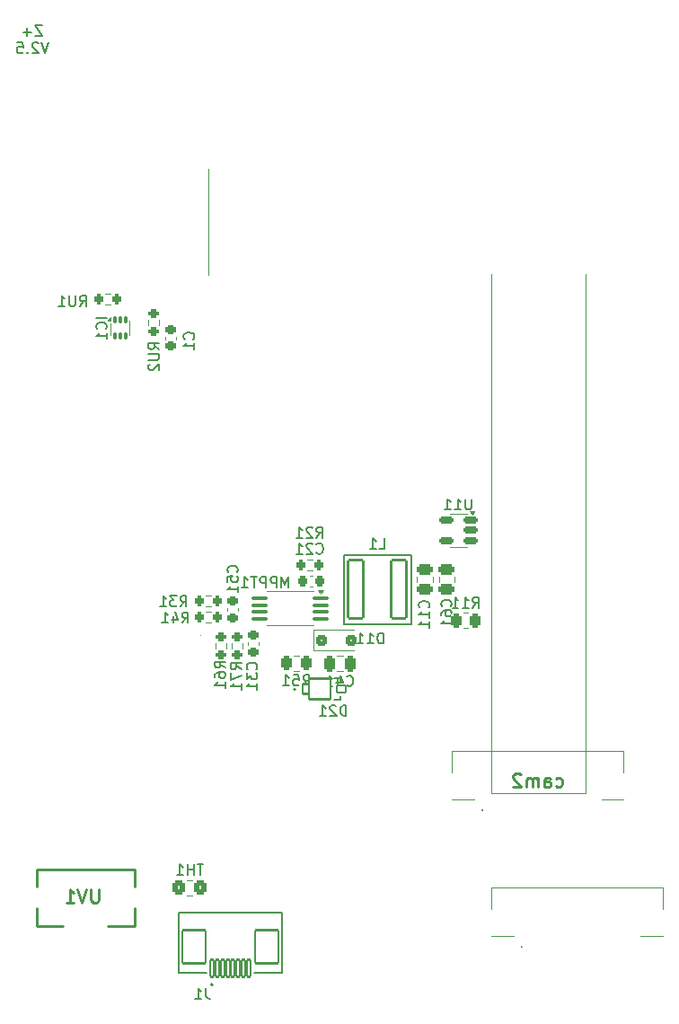
<source format=gbo>
G04 #@! TF.GenerationSoftware,KiCad,Pcbnew,8.0.2*
G04 #@! TF.CreationDate,2024-08-20T08:25:12+02:00*
G04 #@! TF.ProjectId,STS1_SIDEPANEL,53545331-5f53-4494-9445-50414e454c2e,rev?*
G04 #@! TF.SameCoordinates,Original*
G04 #@! TF.FileFunction,Legend,Bot*
G04 #@! TF.FilePolarity,Positive*
%FSLAX46Y46*%
G04 Gerber Fmt 4.6, Leading zero omitted, Abs format (unit mm)*
G04 Created by KiCad (PCBNEW 8.0.2) date 2024-08-20 08:25:12*
%MOMM*%
%LPD*%
G01*
G04 APERTURE LIST*
G04 Aperture macros list*
%AMRoundRect*
0 Rectangle with rounded corners*
0 $1 Rounding radius*
0 $2 $3 $4 $5 $6 $7 $8 $9 X,Y pos of 4 corners*
0 Add a 4 corners polygon primitive as box body*
4,1,4,$2,$3,$4,$5,$6,$7,$8,$9,$2,$3,0*
0 Add four circle primitives for the rounded corners*
1,1,$1+$1,$2,$3*
1,1,$1+$1,$4,$5*
1,1,$1+$1,$6,$7*
1,1,$1+$1,$8,$9*
0 Add four rect primitives between the rounded corners*
20,1,$1+$1,$2,$3,$4,$5,0*
20,1,$1+$1,$4,$5,$6,$7,0*
20,1,$1+$1,$6,$7,$8,$9,0*
20,1,$1+$1,$8,$9,$2,$3,0*%
G04 Aperture macros list end*
%ADD10C,0.150000*%
%ADD11C,0.254000*%
%ADD12C,0.120000*%
%ADD13C,0.127000*%
%ADD14C,0.200000*%
%ADD15C,0.100000*%
%ADD16C,6.000000*%
%ADD17C,5.700000*%
%ADD18RoundRect,0.225000X-0.250000X0.225000X-0.250000X-0.225000X0.250000X-0.225000X0.250000X0.225000X0*%
%ADD19RoundRect,0.085000X-0.085000X0.265000X-0.085000X-0.265000X0.085000X-0.265000X0.085000X0.265000X0*%
%ADD20RoundRect,0.225000X-0.225000X-0.250000X0.225000X-0.250000X0.225000X0.250000X-0.225000X0.250000X0*%
%ADD21RoundRect,0.100000X0.637500X0.100000X-0.637500X0.100000X-0.637500X-0.100000X0.637500X-0.100000X0*%
%ADD22RoundRect,0.200000X0.275000X-0.200000X0.275000X0.200000X-0.275000X0.200000X-0.275000X-0.200000X0*%
%ADD23RoundRect,0.102000X0.325000X-0.475000X0.325000X0.475000X-0.325000X0.475000X-0.325000X-0.475000X0*%
%ADD24RoundRect,0.102000X-1.000000X-0.975000X1.000000X-0.975000X1.000000X0.975000X-1.000000X0.975000X0*%
%ADD25RoundRect,0.102000X0.425000X0.325000X-0.425000X0.325000X-0.425000X-0.325000X0.425000X-0.325000X0*%
%ADD26RoundRect,0.225000X0.250000X-0.225000X0.250000X0.225000X-0.250000X0.225000X-0.250000X-0.225000X0*%
%ADD27RoundRect,0.250000X-0.262500X-0.450000X0.262500X-0.450000X0.262500X0.450000X-0.262500X0.450000X0*%
%ADD28RoundRect,0.200000X-0.275000X0.200000X-0.275000X-0.200000X0.275000X-0.200000X0.275000X0.200000X0*%
%ADD29RoundRect,0.200000X-0.200000X-0.275000X0.200000X-0.275000X0.200000X0.275000X-0.200000X0.275000X0*%
%ADD30RoundRect,0.102000X0.715000X2.750000X-0.715000X2.750000X-0.715000X-2.750000X0.715000X-2.750000X0*%
%ADD31RoundRect,0.250000X0.262500X0.450000X-0.262500X0.450000X-0.262500X-0.450000X0.262500X-0.450000X0*%
%ADD32RoundRect,0.102000X-0.150000X-0.800000X0.150000X-0.800000X0.150000X0.800000X-0.150000X0.800000X0*%
%ADD33RoundRect,0.102000X-1.120000X-1.560000X1.120000X-1.560000X1.120000X1.560000X-1.120000X1.560000X0*%
%ADD34R,0.300000X1.000000*%
%ADD35R,1.650000X1.300000*%
%ADD36R,0.400000X1.000000*%
%ADD37R,2.000000X1.300000*%
%ADD38RoundRect,0.250000X0.475000X-0.250000X0.475000X0.250000X-0.475000X0.250000X-0.475000X-0.250000X0*%
%ADD39RoundRect,0.250000X0.350000X0.450000X-0.350000X0.450000X-0.350000X-0.450000X0.350000X-0.450000X0*%
%ADD40RoundRect,0.150000X0.512500X0.150000X-0.512500X0.150000X-0.512500X-0.150000X0.512500X-0.150000X0*%
%ADD41RoundRect,0.250000X-0.250000X-0.475000X0.250000X-0.475000X0.250000X0.475000X-0.250000X0.475000X0*%
%ADD42RoundRect,0.250000X-0.300000X-0.300000X0.300000X-0.300000X0.300000X0.300000X-0.300000X0.300000X0*%
%ADD43RoundRect,0.200000X0.200000X0.275000X-0.200000X0.275000X-0.200000X-0.275000X0.200000X-0.275000X0*%
G04 APERTURE END LIST*
D10*
X92932380Y-41159847D02*
X92265714Y-41159847D01*
X92265714Y-41159847D02*
X92932380Y-42159847D01*
X92932380Y-42159847D02*
X92265714Y-42159847D01*
X91884761Y-41778894D02*
X91122857Y-41778894D01*
X91503809Y-42159847D02*
X91503809Y-41397942D01*
X93503808Y-42769791D02*
X93170475Y-43769791D01*
X93170475Y-43769791D02*
X92837142Y-42769791D01*
X92551427Y-42865029D02*
X92503808Y-42817410D01*
X92503808Y-42817410D02*
X92408570Y-42769791D01*
X92408570Y-42769791D02*
X92170475Y-42769791D01*
X92170475Y-42769791D02*
X92075237Y-42817410D01*
X92075237Y-42817410D02*
X92027618Y-42865029D01*
X92027618Y-42865029D02*
X91979999Y-42960267D01*
X91979999Y-42960267D02*
X91979999Y-43055505D01*
X91979999Y-43055505D02*
X92027618Y-43198362D01*
X92027618Y-43198362D02*
X92599046Y-43769791D01*
X92599046Y-43769791D02*
X91979999Y-43769791D01*
X91551427Y-43674552D02*
X91503808Y-43722172D01*
X91503808Y-43722172D02*
X91551427Y-43769791D01*
X91551427Y-43769791D02*
X91599046Y-43722172D01*
X91599046Y-43722172D02*
X91551427Y-43674552D01*
X91551427Y-43674552D02*
X91551427Y-43769791D01*
X90599047Y-42769791D02*
X91075237Y-42769791D01*
X91075237Y-42769791D02*
X91122856Y-43245981D01*
X91122856Y-43245981D02*
X91075237Y-43198362D01*
X91075237Y-43198362D02*
X90979999Y-43150743D01*
X90979999Y-43150743D02*
X90741904Y-43150743D01*
X90741904Y-43150743D02*
X90646666Y-43198362D01*
X90646666Y-43198362D02*
X90599047Y-43245981D01*
X90599047Y-43245981D02*
X90551428Y-43341219D01*
X90551428Y-43341219D02*
X90551428Y-43579314D01*
X90551428Y-43579314D02*
X90599047Y-43674552D01*
X90599047Y-43674552D02*
X90646666Y-43722172D01*
X90646666Y-43722172D02*
X90741904Y-43769791D01*
X90741904Y-43769791D02*
X90979999Y-43769791D01*
X90979999Y-43769791D02*
X91075237Y-43722172D01*
X91075237Y-43722172D02*
X91122856Y-43674552D01*
X107159580Y-70733333D02*
X107207200Y-70685714D01*
X107207200Y-70685714D02*
X107254819Y-70542857D01*
X107254819Y-70542857D02*
X107254819Y-70447619D01*
X107254819Y-70447619D02*
X107207200Y-70304762D01*
X107207200Y-70304762D02*
X107111961Y-70209524D01*
X107111961Y-70209524D02*
X107016723Y-70161905D01*
X107016723Y-70161905D02*
X106826247Y-70114286D01*
X106826247Y-70114286D02*
X106683390Y-70114286D01*
X106683390Y-70114286D02*
X106492914Y-70161905D01*
X106492914Y-70161905D02*
X106397676Y-70209524D01*
X106397676Y-70209524D02*
X106302438Y-70304762D01*
X106302438Y-70304762D02*
X106254819Y-70447619D01*
X106254819Y-70447619D02*
X106254819Y-70542857D01*
X106254819Y-70542857D02*
X106302438Y-70685714D01*
X106302438Y-70685714D02*
X106350057Y-70733333D01*
X107254819Y-71685714D02*
X107254819Y-71114286D01*
X107254819Y-71400000D02*
X106254819Y-71400000D01*
X106254819Y-71400000D02*
X106397676Y-71304762D01*
X106397676Y-71304762D02*
X106492914Y-71209524D01*
X106492914Y-71209524D02*
X106540533Y-71114286D01*
X99004819Y-68723810D02*
X98004819Y-68723810D01*
X98909580Y-69771428D02*
X98957200Y-69723809D01*
X98957200Y-69723809D02*
X99004819Y-69580952D01*
X99004819Y-69580952D02*
X99004819Y-69485714D01*
X99004819Y-69485714D02*
X98957200Y-69342857D01*
X98957200Y-69342857D02*
X98861961Y-69247619D01*
X98861961Y-69247619D02*
X98766723Y-69200000D01*
X98766723Y-69200000D02*
X98576247Y-69152381D01*
X98576247Y-69152381D02*
X98433390Y-69152381D01*
X98433390Y-69152381D02*
X98242914Y-69200000D01*
X98242914Y-69200000D02*
X98147676Y-69247619D01*
X98147676Y-69247619D02*
X98052438Y-69342857D01*
X98052438Y-69342857D02*
X98004819Y-69485714D01*
X98004819Y-69485714D02*
X98004819Y-69580952D01*
X98004819Y-69580952D02*
X98052438Y-69723809D01*
X98052438Y-69723809D02*
X98100057Y-69771428D01*
X99004819Y-70723809D02*
X99004819Y-70152381D01*
X99004819Y-70438095D02*
X98004819Y-70438095D01*
X98004819Y-70438095D02*
X98147676Y-70342857D01*
X98147676Y-70342857D02*
X98242914Y-70247619D01*
X98242914Y-70247619D02*
X98290533Y-70152381D01*
X118784857Y-90875580D02*
X118832476Y-90923200D01*
X118832476Y-90923200D02*
X118975333Y-90970819D01*
X118975333Y-90970819D02*
X119070571Y-90970819D01*
X119070571Y-90970819D02*
X119213428Y-90923200D01*
X119213428Y-90923200D02*
X119308666Y-90827961D01*
X119308666Y-90827961D02*
X119356285Y-90732723D01*
X119356285Y-90732723D02*
X119403904Y-90542247D01*
X119403904Y-90542247D02*
X119403904Y-90399390D01*
X119403904Y-90399390D02*
X119356285Y-90208914D01*
X119356285Y-90208914D02*
X119308666Y-90113676D01*
X119308666Y-90113676D02*
X119213428Y-90018438D01*
X119213428Y-90018438D02*
X119070571Y-89970819D01*
X119070571Y-89970819D02*
X118975333Y-89970819D01*
X118975333Y-89970819D02*
X118832476Y-90018438D01*
X118832476Y-90018438D02*
X118784857Y-90066057D01*
X118403904Y-90066057D02*
X118356285Y-90018438D01*
X118356285Y-90018438D02*
X118261047Y-89970819D01*
X118261047Y-89970819D02*
X118022952Y-89970819D01*
X118022952Y-89970819D02*
X117927714Y-90018438D01*
X117927714Y-90018438D02*
X117880095Y-90066057D01*
X117880095Y-90066057D02*
X117832476Y-90161295D01*
X117832476Y-90161295D02*
X117832476Y-90256533D01*
X117832476Y-90256533D02*
X117880095Y-90399390D01*
X117880095Y-90399390D02*
X118451523Y-90970819D01*
X118451523Y-90970819D02*
X117832476Y-90970819D01*
X116880095Y-90970819D02*
X117451523Y-90970819D01*
X117165809Y-90970819D02*
X117165809Y-89970819D01*
X117165809Y-89970819D02*
X117261047Y-90113676D01*
X117261047Y-90113676D02*
X117356285Y-90208914D01*
X117356285Y-90208914D02*
X117451523Y-90256533D01*
X116155475Y-94159819D02*
X116155475Y-93159819D01*
X116155475Y-93159819D02*
X115822142Y-93874104D01*
X115822142Y-93874104D02*
X115488809Y-93159819D01*
X115488809Y-93159819D02*
X115488809Y-94159819D01*
X115012618Y-94159819D02*
X115012618Y-93159819D01*
X115012618Y-93159819D02*
X114631666Y-93159819D01*
X114631666Y-93159819D02*
X114536428Y-93207438D01*
X114536428Y-93207438D02*
X114488809Y-93255057D01*
X114488809Y-93255057D02*
X114441190Y-93350295D01*
X114441190Y-93350295D02*
X114441190Y-93493152D01*
X114441190Y-93493152D02*
X114488809Y-93588390D01*
X114488809Y-93588390D02*
X114536428Y-93636009D01*
X114536428Y-93636009D02*
X114631666Y-93683628D01*
X114631666Y-93683628D02*
X115012618Y-93683628D01*
X114012618Y-94159819D02*
X114012618Y-93159819D01*
X114012618Y-93159819D02*
X113631666Y-93159819D01*
X113631666Y-93159819D02*
X113536428Y-93207438D01*
X113536428Y-93207438D02*
X113488809Y-93255057D01*
X113488809Y-93255057D02*
X113441190Y-93350295D01*
X113441190Y-93350295D02*
X113441190Y-93493152D01*
X113441190Y-93493152D02*
X113488809Y-93588390D01*
X113488809Y-93588390D02*
X113536428Y-93636009D01*
X113536428Y-93636009D02*
X113631666Y-93683628D01*
X113631666Y-93683628D02*
X114012618Y-93683628D01*
X113155475Y-93159819D02*
X112584047Y-93159819D01*
X112869761Y-94159819D02*
X112869761Y-93159819D01*
X111726904Y-94159819D02*
X112298332Y-94159819D01*
X112012618Y-94159819D02*
X112012618Y-93159819D01*
X112012618Y-93159819D02*
X112107856Y-93302676D01*
X112107856Y-93302676D02*
X112203094Y-93397914D01*
X112203094Y-93397914D02*
X112298332Y-93445533D01*
X111683819Y-101857142D02*
X111207628Y-101523809D01*
X111683819Y-101285714D02*
X110683819Y-101285714D01*
X110683819Y-101285714D02*
X110683819Y-101666666D01*
X110683819Y-101666666D02*
X110731438Y-101761904D01*
X110731438Y-101761904D02*
X110779057Y-101809523D01*
X110779057Y-101809523D02*
X110874295Y-101857142D01*
X110874295Y-101857142D02*
X111017152Y-101857142D01*
X111017152Y-101857142D02*
X111112390Y-101809523D01*
X111112390Y-101809523D02*
X111160009Y-101761904D01*
X111160009Y-101761904D02*
X111207628Y-101666666D01*
X111207628Y-101666666D02*
X111207628Y-101285714D01*
X110683819Y-102190476D02*
X110683819Y-102857142D01*
X110683819Y-102857142D02*
X111683819Y-102428571D01*
X111683819Y-103761904D02*
X111683819Y-103190476D01*
X111683819Y-103476190D02*
X110683819Y-103476190D01*
X110683819Y-103476190D02*
X110826676Y-103380952D01*
X110826676Y-103380952D02*
X110921914Y-103285714D01*
X110921914Y-103285714D02*
X110969533Y-103190476D01*
X121574285Y-106244819D02*
X121574285Y-105244819D01*
X121574285Y-105244819D02*
X121336190Y-105244819D01*
X121336190Y-105244819D02*
X121193333Y-105292438D01*
X121193333Y-105292438D02*
X121098095Y-105387676D01*
X121098095Y-105387676D02*
X121050476Y-105482914D01*
X121050476Y-105482914D02*
X121002857Y-105673390D01*
X121002857Y-105673390D02*
X121002857Y-105816247D01*
X121002857Y-105816247D02*
X121050476Y-106006723D01*
X121050476Y-106006723D02*
X121098095Y-106101961D01*
X121098095Y-106101961D02*
X121193333Y-106197200D01*
X121193333Y-106197200D02*
X121336190Y-106244819D01*
X121336190Y-106244819D02*
X121574285Y-106244819D01*
X120621904Y-105340057D02*
X120574285Y-105292438D01*
X120574285Y-105292438D02*
X120479047Y-105244819D01*
X120479047Y-105244819D02*
X120240952Y-105244819D01*
X120240952Y-105244819D02*
X120145714Y-105292438D01*
X120145714Y-105292438D02*
X120098095Y-105340057D01*
X120098095Y-105340057D02*
X120050476Y-105435295D01*
X120050476Y-105435295D02*
X120050476Y-105530533D01*
X120050476Y-105530533D02*
X120098095Y-105673390D01*
X120098095Y-105673390D02*
X120669523Y-106244819D01*
X120669523Y-106244819D02*
X120050476Y-106244819D01*
X119098095Y-106244819D02*
X119669523Y-106244819D01*
X119383809Y-106244819D02*
X119383809Y-105244819D01*
X119383809Y-105244819D02*
X119479047Y-105387676D01*
X119479047Y-105387676D02*
X119574285Y-105482914D01*
X119574285Y-105482914D02*
X119669523Y-105530533D01*
X111274580Y-92692142D02*
X111322200Y-92644523D01*
X111322200Y-92644523D02*
X111369819Y-92501666D01*
X111369819Y-92501666D02*
X111369819Y-92406428D01*
X111369819Y-92406428D02*
X111322200Y-92263571D01*
X111322200Y-92263571D02*
X111226961Y-92168333D01*
X111226961Y-92168333D02*
X111131723Y-92120714D01*
X111131723Y-92120714D02*
X110941247Y-92073095D01*
X110941247Y-92073095D02*
X110798390Y-92073095D01*
X110798390Y-92073095D02*
X110607914Y-92120714D01*
X110607914Y-92120714D02*
X110512676Y-92168333D01*
X110512676Y-92168333D02*
X110417438Y-92263571D01*
X110417438Y-92263571D02*
X110369819Y-92406428D01*
X110369819Y-92406428D02*
X110369819Y-92501666D01*
X110369819Y-92501666D02*
X110417438Y-92644523D01*
X110417438Y-92644523D02*
X110465057Y-92692142D01*
X110369819Y-93596904D02*
X110369819Y-93120714D01*
X110369819Y-93120714D02*
X110846009Y-93073095D01*
X110846009Y-93073095D02*
X110798390Y-93120714D01*
X110798390Y-93120714D02*
X110750771Y-93215952D01*
X110750771Y-93215952D02*
X110750771Y-93454047D01*
X110750771Y-93454047D02*
X110798390Y-93549285D01*
X110798390Y-93549285D02*
X110846009Y-93596904D01*
X110846009Y-93596904D02*
X110941247Y-93644523D01*
X110941247Y-93644523D02*
X111179342Y-93644523D01*
X111179342Y-93644523D02*
X111274580Y-93596904D01*
X111274580Y-93596904D02*
X111322200Y-93549285D01*
X111322200Y-93549285D02*
X111369819Y-93454047D01*
X111369819Y-93454047D02*
X111369819Y-93215952D01*
X111369819Y-93215952D02*
X111322200Y-93120714D01*
X111322200Y-93120714D02*
X111274580Y-93073095D01*
X111369819Y-94596904D02*
X111369819Y-94025476D01*
X111369819Y-94311190D02*
X110369819Y-94311190D01*
X110369819Y-94311190D02*
X110512676Y-94215952D01*
X110512676Y-94215952D02*
X110607914Y-94120714D01*
X110607914Y-94120714D02*
X110655533Y-94025476D01*
X117530357Y-103384819D02*
X117863690Y-102908628D01*
X118101785Y-103384819D02*
X118101785Y-102384819D01*
X118101785Y-102384819D02*
X117720833Y-102384819D01*
X117720833Y-102384819D02*
X117625595Y-102432438D01*
X117625595Y-102432438D02*
X117577976Y-102480057D01*
X117577976Y-102480057D02*
X117530357Y-102575295D01*
X117530357Y-102575295D02*
X117530357Y-102718152D01*
X117530357Y-102718152D02*
X117577976Y-102813390D01*
X117577976Y-102813390D02*
X117625595Y-102861009D01*
X117625595Y-102861009D02*
X117720833Y-102908628D01*
X117720833Y-102908628D02*
X118101785Y-102908628D01*
X116625595Y-102384819D02*
X117101785Y-102384819D01*
X117101785Y-102384819D02*
X117149404Y-102861009D01*
X117149404Y-102861009D02*
X117101785Y-102813390D01*
X117101785Y-102813390D02*
X117006547Y-102765771D01*
X117006547Y-102765771D02*
X116768452Y-102765771D01*
X116768452Y-102765771D02*
X116673214Y-102813390D01*
X116673214Y-102813390D02*
X116625595Y-102861009D01*
X116625595Y-102861009D02*
X116577976Y-102956247D01*
X116577976Y-102956247D02*
X116577976Y-103194342D01*
X116577976Y-103194342D02*
X116625595Y-103289580D01*
X116625595Y-103289580D02*
X116673214Y-103337200D01*
X116673214Y-103337200D02*
X116768452Y-103384819D01*
X116768452Y-103384819D02*
X117006547Y-103384819D01*
X117006547Y-103384819D02*
X117101785Y-103337200D01*
X117101785Y-103337200D02*
X117149404Y-103289580D01*
X115625595Y-103384819D02*
X116197023Y-103384819D01*
X115911309Y-103384819D02*
X115911309Y-102384819D01*
X115911309Y-102384819D02*
X116006547Y-102527676D01*
X116006547Y-102527676D02*
X116101785Y-102622914D01*
X116101785Y-102622914D02*
X116197023Y-102670533D01*
X110189819Y-101717142D02*
X109713628Y-101383809D01*
X110189819Y-101145714D02*
X109189819Y-101145714D01*
X109189819Y-101145714D02*
X109189819Y-101526666D01*
X109189819Y-101526666D02*
X109237438Y-101621904D01*
X109237438Y-101621904D02*
X109285057Y-101669523D01*
X109285057Y-101669523D02*
X109380295Y-101717142D01*
X109380295Y-101717142D02*
X109523152Y-101717142D01*
X109523152Y-101717142D02*
X109618390Y-101669523D01*
X109618390Y-101669523D02*
X109666009Y-101621904D01*
X109666009Y-101621904D02*
X109713628Y-101526666D01*
X109713628Y-101526666D02*
X109713628Y-101145714D01*
X109189819Y-102574285D02*
X109189819Y-102383809D01*
X109189819Y-102383809D02*
X109237438Y-102288571D01*
X109237438Y-102288571D02*
X109285057Y-102240952D01*
X109285057Y-102240952D02*
X109427914Y-102145714D01*
X109427914Y-102145714D02*
X109618390Y-102098095D01*
X109618390Y-102098095D02*
X109999342Y-102098095D01*
X109999342Y-102098095D02*
X110094580Y-102145714D01*
X110094580Y-102145714D02*
X110142200Y-102193333D01*
X110142200Y-102193333D02*
X110189819Y-102288571D01*
X110189819Y-102288571D02*
X110189819Y-102479047D01*
X110189819Y-102479047D02*
X110142200Y-102574285D01*
X110142200Y-102574285D02*
X110094580Y-102621904D01*
X110094580Y-102621904D02*
X109999342Y-102669523D01*
X109999342Y-102669523D02*
X109761247Y-102669523D01*
X109761247Y-102669523D02*
X109666009Y-102621904D01*
X109666009Y-102621904D02*
X109618390Y-102574285D01*
X109618390Y-102574285D02*
X109570771Y-102479047D01*
X109570771Y-102479047D02*
X109570771Y-102288571D01*
X109570771Y-102288571D02*
X109618390Y-102193333D01*
X109618390Y-102193333D02*
X109666009Y-102145714D01*
X109666009Y-102145714D02*
X109761247Y-102098095D01*
X110189819Y-103621904D02*
X110189819Y-103050476D01*
X110189819Y-103336190D02*
X109189819Y-103336190D01*
X109189819Y-103336190D02*
X109332676Y-103240952D01*
X109332676Y-103240952D02*
X109427914Y-103145714D01*
X109427914Y-103145714D02*
X109475533Y-103050476D01*
X106107857Y-97479819D02*
X106441190Y-97003628D01*
X106679285Y-97479819D02*
X106679285Y-96479819D01*
X106679285Y-96479819D02*
X106298333Y-96479819D01*
X106298333Y-96479819D02*
X106203095Y-96527438D01*
X106203095Y-96527438D02*
X106155476Y-96575057D01*
X106155476Y-96575057D02*
X106107857Y-96670295D01*
X106107857Y-96670295D02*
X106107857Y-96813152D01*
X106107857Y-96813152D02*
X106155476Y-96908390D01*
X106155476Y-96908390D02*
X106203095Y-96956009D01*
X106203095Y-96956009D02*
X106298333Y-97003628D01*
X106298333Y-97003628D02*
X106679285Y-97003628D01*
X105250714Y-96813152D02*
X105250714Y-97479819D01*
X105488809Y-96432200D02*
X105726904Y-97146485D01*
X105726904Y-97146485D02*
X105107857Y-97146485D01*
X104203095Y-97479819D02*
X104774523Y-97479819D01*
X104488809Y-97479819D02*
X104488809Y-96479819D01*
X104488809Y-96479819D02*
X104584047Y-96622676D01*
X104584047Y-96622676D02*
X104679285Y-96717914D01*
X104679285Y-96717914D02*
X104774523Y-96765533D01*
X124691666Y-90504819D02*
X125167856Y-90504819D01*
X125167856Y-90504819D02*
X125167856Y-89504819D01*
X123834523Y-90504819D02*
X124405951Y-90504819D01*
X124120237Y-90504819D02*
X124120237Y-89504819D01*
X124120237Y-89504819D02*
X124215475Y-89647676D01*
X124215475Y-89647676D02*
X124310713Y-89742914D01*
X124310713Y-89742914D02*
X124405951Y-89790533D01*
X103954819Y-71684523D02*
X103478628Y-71351190D01*
X103954819Y-71113095D02*
X102954819Y-71113095D01*
X102954819Y-71113095D02*
X102954819Y-71494047D01*
X102954819Y-71494047D02*
X103002438Y-71589285D01*
X103002438Y-71589285D02*
X103050057Y-71636904D01*
X103050057Y-71636904D02*
X103145295Y-71684523D01*
X103145295Y-71684523D02*
X103288152Y-71684523D01*
X103288152Y-71684523D02*
X103383390Y-71636904D01*
X103383390Y-71636904D02*
X103431009Y-71589285D01*
X103431009Y-71589285D02*
X103478628Y-71494047D01*
X103478628Y-71494047D02*
X103478628Y-71113095D01*
X102954819Y-72113095D02*
X103764342Y-72113095D01*
X103764342Y-72113095D02*
X103859580Y-72160714D01*
X103859580Y-72160714D02*
X103907200Y-72208333D01*
X103907200Y-72208333D02*
X103954819Y-72303571D01*
X103954819Y-72303571D02*
X103954819Y-72494047D01*
X103954819Y-72494047D02*
X103907200Y-72589285D01*
X103907200Y-72589285D02*
X103859580Y-72636904D01*
X103859580Y-72636904D02*
X103764342Y-72684523D01*
X103764342Y-72684523D02*
X102954819Y-72684523D01*
X103050057Y-73113095D02*
X103002438Y-73160714D01*
X103002438Y-73160714D02*
X102954819Y-73255952D01*
X102954819Y-73255952D02*
X102954819Y-73494047D01*
X102954819Y-73494047D02*
X103002438Y-73589285D01*
X103002438Y-73589285D02*
X103050057Y-73636904D01*
X103050057Y-73636904D02*
X103145295Y-73684523D01*
X103145295Y-73684523D02*
X103240533Y-73684523D01*
X103240533Y-73684523D02*
X103383390Y-73636904D01*
X103383390Y-73636904D02*
X103954819Y-73065476D01*
X103954819Y-73065476D02*
X103954819Y-73684523D01*
X133492857Y-96054819D02*
X133826190Y-95578628D01*
X134064285Y-96054819D02*
X134064285Y-95054819D01*
X134064285Y-95054819D02*
X133683333Y-95054819D01*
X133683333Y-95054819D02*
X133588095Y-95102438D01*
X133588095Y-95102438D02*
X133540476Y-95150057D01*
X133540476Y-95150057D02*
X133492857Y-95245295D01*
X133492857Y-95245295D02*
X133492857Y-95388152D01*
X133492857Y-95388152D02*
X133540476Y-95483390D01*
X133540476Y-95483390D02*
X133588095Y-95531009D01*
X133588095Y-95531009D02*
X133683333Y-95578628D01*
X133683333Y-95578628D02*
X134064285Y-95578628D01*
X132540476Y-96054819D02*
X133111904Y-96054819D01*
X132826190Y-96054819D02*
X132826190Y-95054819D01*
X132826190Y-95054819D02*
X132921428Y-95197676D01*
X132921428Y-95197676D02*
X133016666Y-95292914D01*
X133016666Y-95292914D02*
X133111904Y-95340533D01*
X131588095Y-96054819D02*
X132159523Y-96054819D01*
X131873809Y-96054819D02*
X131873809Y-95054819D01*
X131873809Y-95054819D02*
X131969047Y-95197676D01*
X131969047Y-95197676D02*
X132064285Y-95292914D01*
X132064285Y-95292914D02*
X132159523Y-95340533D01*
X108353333Y-131914819D02*
X108353333Y-132629104D01*
X108353333Y-132629104D02*
X108400952Y-132771961D01*
X108400952Y-132771961D02*
X108496190Y-132867200D01*
X108496190Y-132867200D02*
X108639047Y-132914819D01*
X108639047Y-132914819D02*
X108734285Y-132914819D01*
X107353333Y-132914819D02*
X107924761Y-132914819D01*
X107639047Y-132914819D02*
X107639047Y-131914819D01*
X107639047Y-131914819D02*
X107734285Y-132057676D01*
X107734285Y-132057676D02*
X107829523Y-132152914D01*
X107829523Y-132152914D02*
X107924761Y-132200533D01*
X113106580Y-101850142D02*
X113154200Y-101802523D01*
X113154200Y-101802523D02*
X113201819Y-101659666D01*
X113201819Y-101659666D02*
X113201819Y-101564428D01*
X113201819Y-101564428D02*
X113154200Y-101421571D01*
X113154200Y-101421571D02*
X113058961Y-101326333D01*
X113058961Y-101326333D02*
X112963723Y-101278714D01*
X112963723Y-101278714D02*
X112773247Y-101231095D01*
X112773247Y-101231095D02*
X112630390Y-101231095D01*
X112630390Y-101231095D02*
X112439914Y-101278714D01*
X112439914Y-101278714D02*
X112344676Y-101326333D01*
X112344676Y-101326333D02*
X112249438Y-101421571D01*
X112249438Y-101421571D02*
X112201819Y-101564428D01*
X112201819Y-101564428D02*
X112201819Y-101659666D01*
X112201819Y-101659666D02*
X112249438Y-101802523D01*
X112249438Y-101802523D02*
X112297057Y-101850142D01*
X112201819Y-102183476D02*
X112201819Y-102802523D01*
X112201819Y-102802523D02*
X112582771Y-102469190D01*
X112582771Y-102469190D02*
X112582771Y-102612047D01*
X112582771Y-102612047D02*
X112630390Y-102707285D01*
X112630390Y-102707285D02*
X112678009Y-102754904D01*
X112678009Y-102754904D02*
X112773247Y-102802523D01*
X112773247Y-102802523D02*
X113011342Y-102802523D01*
X113011342Y-102802523D02*
X113106580Y-102754904D01*
X113106580Y-102754904D02*
X113154200Y-102707285D01*
X113154200Y-102707285D02*
X113201819Y-102612047D01*
X113201819Y-102612047D02*
X113201819Y-102326333D01*
X113201819Y-102326333D02*
X113154200Y-102231095D01*
X113154200Y-102231095D02*
X113106580Y-102183476D01*
X113201819Y-103754904D02*
X113201819Y-103183476D01*
X113201819Y-103469190D02*
X112201819Y-103469190D01*
X112201819Y-103469190D02*
X112344676Y-103373952D01*
X112344676Y-103373952D02*
X112439914Y-103278714D01*
X112439914Y-103278714D02*
X112487533Y-103183476D01*
X96477976Y-67624819D02*
X96811309Y-67148628D01*
X97049404Y-67624819D02*
X97049404Y-66624819D01*
X97049404Y-66624819D02*
X96668452Y-66624819D01*
X96668452Y-66624819D02*
X96573214Y-66672438D01*
X96573214Y-66672438D02*
X96525595Y-66720057D01*
X96525595Y-66720057D02*
X96477976Y-66815295D01*
X96477976Y-66815295D02*
X96477976Y-66958152D01*
X96477976Y-66958152D02*
X96525595Y-67053390D01*
X96525595Y-67053390D02*
X96573214Y-67101009D01*
X96573214Y-67101009D02*
X96668452Y-67148628D01*
X96668452Y-67148628D02*
X97049404Y-67148628D01*
X96049404Y-66624819D02*
X96049404Y-67434342D01*
X96049404Y-67434342D02*
X96001785Y-67529580D01*
X96001785Y-67529580D02*
X95954166Y-67577200D01*
X95954166Y-67577200D02*
X95858928Y-67624819D01*
X95858928Y-67624819D02*
X95668452Y-67624819D01*
X95668452Y-67624819D02*
X95573214Y-67577200D01*
X95573214Y-67577200D02*
X95525595Y-67529580D01*
X95525595Y-67529580D02*
X95477976Y-67434342D01*
X95477976Y-67434342D02*
X95477976Y-66624819D01*
X94477976Y-67624819D02*
X95049404Y-67624819D01*
X94763690Y-67624819D02*
X94763690Y-66624819D01*
X94763690Y-66624819D02*
X94858928Y-66767676D01*
X94858928Y-66767676D02*
X94954166Y-66862914D01*
X94954166Y-66862914D02*
X95049404Y-66910533D01*
D11*
X98258444Y-122561828D02*
X98258444Y-123589923D01*
X98258444Y-123589923D02*
X98197967Y-123710875D01*
X98197967Y-123710875D02*
X98137491Y-123771352D01*
X98137491Y-123771352D02*
X98016539Y-123831828D01*
X98016539Y-123831828D02*
X97774634Y-123831828D01*
X97774634Y-123831828D02*
X97653682Y-123771352D01*
X97653682Y-123771352D02*
X97593205Y-123710875D01*
X97593205Y-123710875D02*
X97532729Y-123589923D01*
X97532729Y-123589923D02*
X97532729Y-122561828D01*
X97109396Y-122561828D02*
X96686063Y-123831828D01*
X96686063Y-123831828D02*
X96262729Y-122561828D01*
X95174158Y-123831828D02*
X95899873Y-123831828D01*
X95537016Y-123831828D02*
X95537016Y-122561828D01*
X95537016Y-122561828D02*
X95657968Y-122743256D01*
X95657968Y-122743256D02*
X95778920Y-122864209D01*
X95778920Y-122864209D02*
X95899873Y-122924685D01*
D10*
X129339580Y-96027142D02*
X129387200Y-95979523D01*
X129387200Y-95979523D02*
X129434819Y-95836666D01*
X129434819Y-95836666D02*
X129434819Y-95741428D01*
X129434819Y-95741428D02*
X129387200Y-95598571D01*
X129387200Y-95598571D02*
X129291961Y-95503333D01*
X129291961Y-95503333D02*
X129196723Y-95455714D01*
X129196723Y-95455714D02*
X129006247Y-95408095D01*
X129006247Y-95408095D02*
X128863390Y-95408095D01*
X128863390Y-95408095D02*
X128672914Y-95455714D01*
X128672914Y-95455714D02*
X128577676Y-95503333D01*
X128577676Y-95503333D02*
X128482438Y-95598571D01*
X128482438Y-95598571D02*
X128434819Y-95741428D01*
X128434819Y-95741428D02*
X128434819Y-95836666D01*
X128434819Y-95836666D02*
X128482438Y-95979523D01*
X128482438Y-95979523D02*
X128530057Y-96027142D01*
X129434819Y-96979523D02*
X129434819Y-96408095D01*
X129434819Y-96693809D02*
X128434819Y-96693809D01*
X128434819Y-96693809D02*
X128577676Y-96598571D01*
X128577676Y-96598571D02*
X128672914Y-96503333D01*
X128672914Y-96503333D02*
X128720533Y-96408095D01*
X129434819Y-97931904D02*
X129434819Y-97360476D01*
X129434819Y-97646190D02*
X128434819Y-97646190D01*
X128434819Y-97646190D02*
X128577676Y-97550952D01*
X128577676Y-97550952D02*
X128672914Y-97455714D01*
X128672914Y-97455714D02*
X128720533Y-97360476D01*
X108110713Y-120254819D02*
X107539285Y-120254819D01*
X107824999Y-121254819D02*
X107824999Y-120254819D01*
X107205951Y-121254819D02*
X107205951Y-120254819D01*
X107205951Y-120731009D02*
X106634523Y-120731009D01*
X106634523Y-121254819D02*
X106634523Y-120254819D01*
X105634523Y-121254819D02*
X106205951Y-121254819D01*
X105920237Y-121254819D02*
X105920237Y-120254819D01*
X105920237Y-120254819D02*
X106015475Y-120397676D01*
X106015475Y-120397676D02*
X106110713Y-120492914D01*
X106110713Y-120492914D02*
X106205951Y-120540533D01*
X133388094Y-85804819D02*
X133388094Y-86614342D01*
X133388094Y-86614342D02*
X133340475Y-86709580D01*
X133340475Y-86709580D02*
X133292856Y-86757200D01*
X133292856Y-86757200D02*
X133197618Y-86804819D01*
X133197618Y-86804819D02*
X133007142Y-86804819D01*
X133007142Y-86804819D02*
X132911904Y-86757200D01*
X132911904Y-86757200D02*
X132864285Y-86709580D01*
X132864285Y-86709580D02*
X132816666Y-86614342D01*
X132816666Y-86614342D02*
X132816666Y-85804819D01*
X131816666Y-86804819D02*
X132388094Y-86804819D01*
X132102380Y-86804819D02*
X132102380Y-85804819D01*
X132102380Y-85804819D02*
X132197618Y-85947676D01*
X132197618Y-85947676D02*
X132292856Y-86042914D01*
X132292856Y-86042914D02*
X132388094Y-86090533D01*
X130864285Y-86804819D02*
X131435713Y-86804819D01*
X131149999Y-86804819D02*
X131149999Y-85804819D01*
X131149999Y-85804819D02*
X131245237Y-85947676D01*
X131245237Y-85947676D02*
X131340475Y-86042914D01*
X131340475Y-86042914D02*
X131435713Y-86090533D01*
D11*
X141363571Y-112863842D02*
X141484523Y-112924318D01*
X141484523Y-112924318D02*
X141726428Y-112924318D01*
X141726428Y-112924318D02*
X141847380Y-112863842D01*
X141847380Y-112863842D02*
X141907857Y-112803365D01*
X141907857Y-112803365D02*
X141968333Y-112682413D01*
X141968333Y-112682413D02*
X141968333Y-112319556D01*
X141968333Y-112319556D02*
X141907857Y-112198603D01*
X141907857Y-112198603D02*
X141847380Y-112138127D01*
X141847380Y-112138127D02*
X141726428Y-112077651D01*
X141726428Y-112077651D02*
X141484523Y-112077651D01*
X141484523Y-112077651D02*
X141363571Y-112138127D01*
X140275000Y-112924318D02*
X140275000Y-112259080D01*
X140275000Y-112259080D02*
X140335476Y-112138127D01*
X140335476Y-112138127D02*
X140456428Y-112077651D01*
X140456428Y-112077651D02*
X140698333Y-112077651D01*
X140698333Y-112077651D02*
X140819286Y-112138127D01*
X140275000Y-112863842D02*
X140395952Y-112924318D01*
X140395952Y-112924318D02*
X140698333Y-112924318D01*
X140698333Y-112924318D02*
X140819286Y-112863842D01*
X140819286Y-112863842D02*
X140879762Y-112742889D01*
X140879762Y-112742889D02*
X140879762Y-112621937D01*
X140879762Y-112621937D02*
X140819286Y-112500984D01*
X140819286Y-112500984D02*
X140698333Y-112440508D01*
X140698333Y-112440508D02*
X140395952Y-112440508D01*
X140395952Y-112440508D02*
X140275000Y-112380032D01*
X139670238Y-112924318D02*
X139670238Y-112077651D01*
X139670238Y-112198603D02*
X139609761Y-112138127D01*
X139609761Y-112138127D02*
X139488809Y-112077651D01*
X139488809Y-112077651D02*
X139307380Y-112077651D01*
X139307380Y-112077651D02*
X139186428Y-112138127D01*
X139186428Y-112138127D02*
X139125952Y-112259080D01*
X139125952Y-112259080D02*
X139125952Y-112924318D01*
X139125952Y-112259080D02*
X139065476Y-112138127D01*
X139065476Y-112138127D02*
X138944523Y-112077651D01*
X138944523Y-112077651D02*
X138763095Y-112077651D01*
X138763095Y-112077651D02*
X138642142Y-112138127D01*
X138642142Y-112138127D02*
X138581666Y-112259080D01*
X138581666Y-112259080D02*
X138581666Y-112924318D01*
X138037381Y-111775270D02*
X137976905Y-111714794D01*
X137976905Y-111714794D02*
X137855952Y-111654318D01*
X137855952Y-111654318D02*
X137553571Y-111654318D01*
X137553571Y-111654318D02*
X137432619Y-111714794D01*
X137432619Y-111714794D02*
X137372143Y-111775270D01*
X137372143Y-111775270D02*
X137311666Y-111896222D01*
X137311666Y-111896222D02*
X137311666Y-112017175D01*
X137311666Y-112017175D02*
X137372143Y-112198603D01*
X137372143Y-112198603D02*
X138097857Y-112924318D01*
X138097857Y-112924318D02*
X137311666Y-112924318D01*
D10*
X121642857Y-103359580D02*
X121690476Y-103407200D01*
X121690476Y-103407200D02*
X121833333Y-103454819D01*
X121833333Y-103454819D02*
X121928571Y-103454819D01*
X121928571Y-103454819D02*
X122071428Y-103407200D01*
X122071428Y-103407200D02*
X122166666Y-103311961D01*
X122166666Y-103311961D02*
X122214285Y-103216723D01*
X122214285Y-103216723D02*
X122261904Y-103026247D01*
X122261904Y-103026247D02*
X122261904Y-102883390D01*
X122261904Y-102883390D02*
X122214285Y-102692914D01*
X122214285Y-102692914D02*
X122166666Y-102597676D01*
X122166666Y-102597676D02*
X122071428Y-102502438D01*
X122071428Y-102502438D02*
X121928571Y-102454819D01*
X121928571Y-102454819D02*
X121833333Y-102454819D01*
X121833333Y-102454819D02*
X121690476Y-102502438D01*
X121690476Y-102502438D02*
X121642857Y-102550057D01*
X120785714Y-102788152D02*
X120785714Y-103454819D01*
X121023809Y-102407200D02*
X121261904Y-103121485D01*
X121261904Y-103121485D02*
X120642857Y-103121485D01*
X119738095Y-103454819D02*
X120309523Y-103454819D01*
X120023809Y-103454819D02*
X120023809Y-102454819D01*
X120023809Y-102454819D02*
X120119047Y-102597676D01*
X120119047Y-102597676D02*
X120214285Y-102692914D01*
X120214285Y-102692914D02*
X120309523Y-102740533D01*
X131429580Y-95917142D02*
X131477200Y-95869523D01*
X131477200Y-95869523D02*
X131524819Y-95726666D01*
X131524819Y-95726666D02*
X131524819Y-95631428D01*
X131524819Y-95631428D02*
X131477200Y-95488571D01*
X131477200Y-95488571D02*
X131381961Y-95393333D01*
X131381961Y-95393333D02*
X131286723Y-95345714D01*
X131286723Y-95345714D02*
X131096247Y-95298095D01*
X131096247Y-95298095D02*
X130953390Y-95298095D01*
X130953390Y-95298095D02*
X130762914Y-95345714D01*
X130762914Y-95345714D02*
X130667676Y-95393333D01*
X130667676Y-95393333D02*
X130572438Y-95488571D01*
X130572438Y-95488571D02*
X130524819Y-95631428D01*
X130524819Y-95631428D02*
X130524819Y-95726666D01*
X130524819Y-95726666D02*
X130572438Y-95869523D01*
X130572438Y-95869523D02*
X130620057Y-95917142D01*
X130524819Y-96774285D02*
X130524819Y-96583809D01*
X130524819Y-96583809D02*
X130572438Y-96488571D01*
X130572438Y-96488571D02*
X130620057Y-96440952D01*
X130620057Y-96440952D02*
X130762914Y-96345714D01*
X130762914Y-96345714D02*
X130953390Y-96298095D01*
X130953390Y-96298095D02*
X131334342Y-96298095D01*
X131334342Y-96298095D02*
X131429580Y-96345714D01*
X131429580Y-96345714D02*
X131477200Y-96393333D01*
X131477200Y-96393333D02*
X131524819Y-96488571D01*
X131524819Y-96488571D02*
X131524819Y-96679047D01*
X131524819Y-96679047D02*
X131477200Y-96774285D01*
X131477200Y-96774285D02*
X131429580Y-96821904D01*
X131429580Y-96821904D02*
X131334342Y-96869523D01*
X131334342Y-96869523D02*
X131096247Y-96869523D01*
X131096247Y-96869523D02*
X131001009Y-96821904D01*
X131001009Y-96821904D02*
X130953390Y-96774285D01*
X130953390Y-96774285D02*
X130905771Y-96679047D01*
X130905771Y-96679047D02*
X130905771Y-96488571D01*
X130905771Y-96488571D02*
X130953390Y-96393333D01*
X130953390Y-96393333D02*
X131001009Y-96345714D01*
X131001009Y-96345714D02*
X131096247Y-96298095D01*
X131524819Y-97821904D02*
X131524819Y-97250476D01*
X131524819Y-97536190D02*
X130524819Y-97536190D01*
X130524819Y-97536190D02*
X130667676Y-97440952D01*
X130667676Y-97440952D02*
X130762914Y-97345714D01*
X130762914Y-97345714D02*
X130810533Y-97250476D01*
X105942857Y-95929819D02*
X106276190Y-95453628D01*
X106514285Y-95929819D02*
X106514285Y-94929819D01*
X106514285Y-94929819D02*
X106133333Y-94929819D01*
X106133333Y-94929819D02*
X106038095Y-94977438D01*
X106038095Y-94977438D02*
X105990476Y-95025057D01*
X105990476Y-95025057D02*
X105942857Y-95120295D01*
X105942857Y-95120295D02*
X105942857Y-95263152D01*
X105942857Y-95263152D02*
X105990476Y-95358390D01*
X105990476Y-95358390D02*
X106038095Y-95406009D01*
X106038095Y-95406009D02*
X106133333Y-95453628D01*
X106133333Y-95453628D02*
X106514285Y-95453628D01*
X105609523Y-94929819D02*
X104990476Y-94929819D01*
X104990476Y-94929819D02*
X105323809Y-95310771D01*
X105323809Y-95310771D02*
X105180952Y-95310771D01*
X105180952Y-95310771D02*
X105085714Y-95358390D01*
X105085714Y-95358390D02*
X105038095Y-95406009D01*
X105038095Y-95406009D02*
X104990476Y-95501247D01*
X104990476Y-95501247D02*
X104990476Y-95739342D01*
X104990476Y-95739342D02*
X105038095Y-95834580D01*
X105038095Y-95834580D02*
X105085714Y-95882200D01*
X105085714Y-95882200D02*
X105180952Y-95929819D01*
X105180952Y-95929819D02*
X105466666Y-95929819D01*
X105466666Y-95929819D02*
X105561904Y-95882200D01*
X105561904Y-95882200D02*
X105609523Y-95834580D01*
X104038095Y-95929819D02*
X104609523Y-95929819D01*
X104323809Y-95929819D02*
X104323809Y-94929819D01*
X104323809Y-94929819D02*
X104419047Y-95072676D01*
X104419047Y-95072676D02*
X104514285Y-95167914D01*
X104514285Y-95167914D02*
X104609523Y-95215533D01*
X125089285Y-99429819D02*
X125089285Y-98429819D01*
X125089285Y-98429819D02*
X124851190Y-98429819D01*
X124851190Y-98429819D02*
X124708333Y-98477438D01*
X124708333Y-98477438D02*
X124613095Y-98572676D01*
X124613095Y-98572676D02*
X124565476Y-98667914D01*
X124565476Y-98667914D02*
X124517857Y-98858390D01*
X124517857Y-98858390D02*
X124517857Y-99001247D01*
X124517857Y-99001247D02*
X124565476Y-99191723D01*
X124565476Y-99191723D02*
X124613095Y-99286961D01*
X124613095Y-99286961D02*
X124708333Y-99382200D01*
X124708333Y-99382200D02*
X124851190Y-99429819D01*
X124851190Y-99429819D02*
X125089285Y-99429819D01*
X123565476Y-99429819D02*
X124136904Y-99429819D01*
X123851190Y-99429819D02*
X123851190Y-98429819D01*
X123851190Y-98429819D02*
X123946428Y-98572676D01*
X123946428Y-98572676D02*
X124041666Y-98667914D01*
X124041666Y-98667914D02*
X124136904Y-98715533D01*
X122613095Y-99429819D02*
X123184523Y-99429819D01*
X122898809Y-99429819D02*
X122898809Y-98429819D01*
X122898809Y-98429819D02*
X122994047Y-98572676D01*
X122994047Y-98572676D02*
X123089285Y-98667914D01*
X123089285Y-98667914D02*
X123184523Y-98715533D01*
X118784857Y-89446819D02*
X119118190Y-88970628D01*
X119356285Y-89446819D02*
X119356285Y-88446819D01*
X119356285Y-88446819D02*
X118975333Y-88446819D01*
X118975333Y-88446819D02*
X118880095Y-88494438D01*
X118880095Y-88494438D02*
X118832476Y-88542057D01*
X118832476Y-88542057D02*
X118784857Y-88637295D01*
X118784857Y-88637295D02*
X118784857Y-88780152D01*
X118784857Y-88780152D02*
X118832476Y-88875390D01*
X118832476Y-88875390D02*
X118880095Y-88923009D01*
X118880095Y-88923009D02*
X118975333Y-88970628D01*
X118975333Y-88970628D02*
X119356285Y-88970628D01*
X118403904Y-88542057D02*
X118356285Y-88494438D01*
X118356285Y-88494438D02*
X118261047Y-88446819D01*
X118261047Y-88446819D02*
X118022952Y-88446819D01*
X118022952Y-88446819D02*
X117927714Y-88494438D01*
X117927714Y-88494438D02*
X117880095Y-88542057D01*
X117880095Y-88542057D02*
X117832476Y-88637295D01*
X117832476Y-88637295D02*
X117832476Y-88732533D01*
X117832476Y-88732533D02*
X117880095Y-88875390D01*
X117880095Y-88875390D02*
X118451523Y-89446819D01*
X118451523Y-89446819D02*
X117832476Y-89446819D01*
X116880095Y-89446819D02*
X117451523Y-89446819D01*
X117165809Y-89446819D02*
X117165809Y-88446819D01*
X117165809Y-88446819D02*
X117261047Y-88589676D01*
X117261047Y-88589676D02*
X117356285Y-88684914D01*
X117356285Y-88684914D02*
X117451523Y-88732533D01*
D12*
X107800000Y-98590000D02*
X107800000Y-98590000D01*
X108600000Y-54700000D02*
X108600000Y-64700000D01*
X135260000Y-113512500D02*
X135260000Y-64617500D01*
X144150000Y-64617500D02*
X144150000Y-113512500D01*
X144150000Y-113512500D02*
X135260000Y-113512500D01*
X104515000Y-70484420D02*
X104515000Y-70765580D01*
X105535000Y-70484420D02*
X105535000Y-70765580D01*
X99375000Y-70325000D02*
X99375000Y-69225000D01*
X101175000Y-70325000D02*
X101175000Y-69025000D01*
X99375000Y-68975000D02*
X99095000Y-68975000D01*
X99375000Y-68695000D01*
X99375000Y-68975000D01*
G36*
X99375000Y-68975000D02*
G01*
X99095000Y-68975000D01*
X99375000Y-68695000D01*
X99375000Y-68975000D01*
G37*
X118159620Y-93000800D02*
X118440780Y-93000800D01*
X118159620Y-94020800D02*
X118440780Y-94020800D01*
X116293600Y-94517000D02*
X114093600Y-94517000D01*
X116293600Y-94517000D02*
X118493600Y-94517000D01*
X116293600Y-97737000D02*
X114093600Y-97737000D01*
X116293600Y-97737000D02*
X118493600Y-97737000D01*
X119193600Y-94692000D02*
X118953600Y-94362000D01*
X119433600Y-94362000D01*
X119193600Y-94692000D01*
G36*
X119193600Y-94692000D02*
G01*
X118953600Y-94362000D01*
X119433600Y-94362000D01*
X119193600Y-94692000D01*
G37*
X110761500Y-99897258D02*
X110761500Y-99422742D01*
X111806500Y-99897258D02*
X111806500Y-99422742D01*
D13*
X121070000Y-102715000D02*
X120430000Y-102715000D01*
X121070000Y-103100000D02*
X121070000Y-102715000D01*
X121070000Y-104765000D02*
X120430000Y-104765000D01*
X121070000Y-104765000D02*
X121070000Y-104380000D01*
D14*
X116820000Y-103740000D02*
G75*
G02*
X116620000Y-103740000I-100000J0D01*
G01*
X116620000Y-103740000D02*
G75*
G02*
X116820000Y-103740000I100000J0D01*
G01*
D12*
X110375000Y-96345580D02*
X110375000Y-96064420D01*
X111395000Y-96345580D02*
X111395000Y-96064420D01*
X116660436Y-100545000D02*
X117114564Y-100545000D01*
X116660436Y-102015000D02*
X117114564Y-102015000D01*
X109237500Y-99422742D02*
X109237500Y-99897258D01*
X110282500Y-99422742D02*
X110282500Y-99897258D01*
X108367742Y-96432500D02*
X108842258Y-96432500D01*
X108367742Y-97477500D02*
X108842258Y-97477500D01*
D13*
X121347500Y-91070000D02*
X127707500Y-91070000D01*
X121347500Y-97630000D02*
X121347500Y-91070000D01*
X127707500Y-91070000D02*
X127707500Y-97630000D01*
X127707500Y-97630000D02*
X121347500Y-97630000D01*
D14*
X128477500Y-94350000D02*
G75*
G02*
X128277500Y-94350000I-100000J0D01*
G01*
X128277500Y-94350000D02*
G75*
G02*
X128477500Y-94350000I100000J0D01*
G01*
D12*
X102927500Y-69387258D02*
X102927500Y-68912742D01*
X103972500Y-69387258D02*
X103972500Y-68912742D01*
X133077064Y-96515000D02*
X132622936Y-96515000D01*
X133077064Y-97985000D02*
X132622936Y-97985000D01*
D14*
X105803000Y-124780000D02*
X115537000Y-124780000D01*
X105803000Y-130440000D02*
X105803000Y-124780000D01*
X105803000Y-130440000D02*
X108423000Y-130440000D01*
X115537000Y-130440000D02*
X112917000Y-130440000D01*
X115537000Y-130440000D02*
X115537000Y-124780000D01*
X109020000Y-131570000D02*
G75*
G02*
X108820000Y-131570000I-100000J0D01*
G01*
X108820000Y-131570000D02*
G75*
G02*
X109020000Y-131570000I100000J0D01*
G01*
D12*
X112298000Y-99278420D02*
X112298000Y-99559580D01*
X113318000Y-99278420D02*
X113318000Y-99559580D01*
X98862742Y-66452500D02*
X99337258Y-66452500D01*
X98862742Y-67497500D02*
X99337258Y-67497500D01*
D15*
X135240000Y-122450000D02*
X151440000Y-122450000D01*
X135240000Y-124460000D02*
X135240000Y-122450000D01*
X137340000Y-127000000D02*
X135240000Y-127000000D01*
X138040000Y-128000000D02*
X138040000Y-128000000D01*
X138140000Y-128000000D02*
X138140000Y-128000000D01*
X149340000Y-127000000D02*
X151440000Y-127000000D01*
X151440000Y-122450000D02*
X151440000Y-124460000D01*
X138040000Y-128000000D02*
G75*
G02*
X138140000Y-128000000I50000J0D01*
G01*
X138140000Y-128000000D02*
G75*
G02*
X138040000Y-128000000I-50000J0D01*
G01*
D11*
X92410000Y-120730000D02*
X92410000Y-122330000D01*
X92410000Y-120730000D02*
X101610000Y-120730000D01*
X92410000Y-126030000D02*
X92410000Y-124330000D01*
X92410000Y-126030000D02*
X94910000Y-126030000D01*
X101610000Y-120730000D02*
X101610000Y-122330000D01*
X101610000Y-126030000D02*
X99110000Y-126030000D01*
X101610000Y-126030000D02*
X101610000Y-124330000D01*
D12*
X128255000Y-93631252D02*
X128255000Y-93108748D01*
X129725000Y-93631252D02*
X129725000Y-93108748D01*
X107052064Y-121715000D02*
X106597936Y-121715000D01*
X107052064Y-123185000D02*
X106597936Y-123185000D01*
X132150000Y-87190000D02*
X131350000Y-87190000D01*
X132150000Y-87190000D02*
X132950000Y-87190000D01*
X132150000Y-90310000D02*
X131350000Y-90310000D01*
X132150000Y-90310000D02*
X132950000Y-90310000D01*
X133450000Y-87240000D02*
X133210000Y-86910000D01*
X133690000Y-86910000D01*
X133450000Y-87240000D01*
G36*
X133450000Y-87240000D02*
G01*
X133210000Y-86910000D01*
X133690000Y-86910000D01*
X133450000Y-87240000D01*
G37*
D15*
X131540000Y-109550000D02*
X147740000Y-109550000D01*
X131540000Y-111560000D02*
X131540000Y-109550000D01*
X133640000Y-114100000D02*
X131540000Y-114100000D01*
X134340000Y-115100000D02*
X134340000Y-115100000D01*
X134440000Y-115100000D02*
X134440000Y-115100000D01*
X145640000Y-114100000D02*
X147740000Y-114100000D01*
X147740000Y-109550000D02*
X147740000Y-111560000D01*
X134340000Y-115100000D02*
G75*
G02*
X134440000Y-115100000I50000J0D01*
G01*
X134440000Y-115100000D02*
G75*
G02*
X134340000Y-115100000I-50000J0D01*
G01*
D12*
X120738748Y-100585000D02*
X121261252Y-100585000D01*
X120738748Y-102055000D02*
X121261252Y-102055000D01*
X130315000Y-93621252D02*
X130315000Y-93098748D01*
X131785000Y-93621252D02*
X131785000Y-93098748D01*
X108362742Y-94892500D02*
X108837258Y-94892500D01*
X108362742Y-95937500D02*
X108837258Y-95937500D01*
X118465000Y-98100000D02*
X122325000Y-98100000D01*
X118465000Y-100100000D02*
X118465000Y-98100000D01*
X118465000Y-100100000D02*
X122325000Y-100100000D01*
X118379258Y-91517500D02*
X117904742Y-91517500D01*
X118379258Y-92562500D02*
X117904742Y-92562500D01*
%LPC*%
D16*
X101150000Y-110780200D03*
X125150000Y-110780200D03*
D17*
X152050000Y-110780200D03*
D18*
X105025000Y-69850000D03*
X105025000Y-71400000D03*
D19*
X99775000Y-68925000D03*
X100275000Y-68925000D03*
X100775000Y-68925000D03*
X100775000Y-70425000D03*
X100275000Y-70425000D03*
X99775000Y-70425000D03*
D20*
X117525200Y-93510800D03*
X119075200Y-93510800D03*
D21*
X119156100Y-95152000D03*
X119156100Y-95802000D03*
X119156100Y-96452000D03*
X119156100Y-97102000D03*
X113431100Y-97102000D03*
X113431100Y-96452000D03*
X113431100Y-95802000D03*
X113431100Y-95152000D03*
D22*
X111284000Y-100485000D03*
X111284000Y-98835000D03*
D23*
X117780000Y-103740000D03*
D24*
X119105000Y-103740000D03*
D25*
X121160000Y-103740000D03*
D26*
X110885000Y-96980000D03*
X110885000Y-95430000D03*
D27*
X115975000Y-101280000D03*
X117800000Y-101280000D03*
D28*
X109760000Y-98835000D03*
X109760000Y-100485000D03*
D29*
X107780000Y-96955000D03*
X109430000Y-96955000D03*
D30*
X126547500Y-94350000D03*
X122507500Y-94350000D03*
D22*
X103450000Y-69975000D03*
X103450000Y-68325000D03*
D31*
X133762500Y-97250000D03*
X131937500Y-97250000D03*
D32*
X108920000Y-130010000D03*
X109420000Y-130010000D03*
X109920000Y-130010000D03*
X110420000Y-130010000D03*
X110920000Y-130010000D03*
X111420000Y-130010000D03*
X111920000Y-130010000D03*
X112420000Y-130010000D03*
D33*
X107273000Y-128030000D03*
X114067000Y-128030000D03*
D18*
X112808000Y-98644000D03*
X112808000Y-100194000D03*
D29*
X98275000Y-66975000D03*
X99925000Y-66975000D03*
D34*
X138090000Y-127300000D03*
X138590000Y-127300000D03*
X139090000Y-127300000D03*
X139590000Y-127300000D03*
X140090000Y-127300000D03*
X140590000Y-127300000D03*
X141090000Y-127300000D03*
X141590000Y-127300000D03*
X142090000Y-127300000D03*
X142590000Y-127300000D03*
X143090000Y-127300000D03*
X143590000Y-127300000D03*
X144090000Y-127300000D03*
X144590000Y-127300000D03*
X145090000Y-127300000D03*
X145590000Y-127300000D03*
X146090000Y-127300000D03*
X146590000Y-127300000D03*
X147090000Y-127300000D03*
X147590000Y-127300000D03*
X148090000Y-127300000D03*
X148590000Y-127300000D03*
D35*
X135815000Y-125400000D03*
X150865000Y-125400000D03*
D36*
X95510000Y-126030000D03*
X96510000Y-126030000D03*
X97510000Y-126030000D03*
X98510000Y-126030000D03*
D37*
X92710000Y-123330000D03*
X101310000Y-123330000D03*
D38*
X128990000Y-94320000D03*
X128990000Y-92420000D03*
D39*
X107825000Y-122450000D03*
X105825000Y-122450000D03*
D40*
X133287500Y-87800000D03*
X133287500Y-88750000D03*
X133287500Y-89700000D03*
X131012500Y-89700000D03*
X131012500Y-87800000D03*
D34*
X134390000Y-114400000D03*
X134890000Y-114400000D03*
X135390000Y-114400000D03*
X135890000Y-114400000D03*
X136390000Y-114400000D03*
X136890000Y-114400000D03*
X137390000Y-114400000D03*
X137890000Y-114400000D03*
X138390000Y-114400000D03*
X138890000Y-114400000D03*
X139390000Y-114400000D03*
X139890000Y-114400000D03*
X140390000Y-114400000D03*
X140890000Y-114400000D03*
X141390000Y-114400000D03*
X141890000Y-114400000D03*
X142390000Y-114400000D03*
X142890000Y-114400000D03*
X143390000Y-114400000D03*
X143890000Y-114400000D03*
X144390000Y-114400000D03*
X144890000Y-114400000D03*
D35*
X132115000Y-112500000D03*
X147165000Y-112500000D03*
D41*
X120050000Y-101320000D03*
X121950000Y-101320000D03*
D38*
X131050000Y-94310000D03*
X131050000Y-92410000D03*
D29*
X107775000Y-95415000D03*
X109425000Y-95415000D03*
D42*
X119275000Y-99100000D03*
X122075000Y-99100000D03*
D43*
X118967000Y-92040000D03*
X117317000Y-92040000D03*
%LPD*%
M02*

</source>
